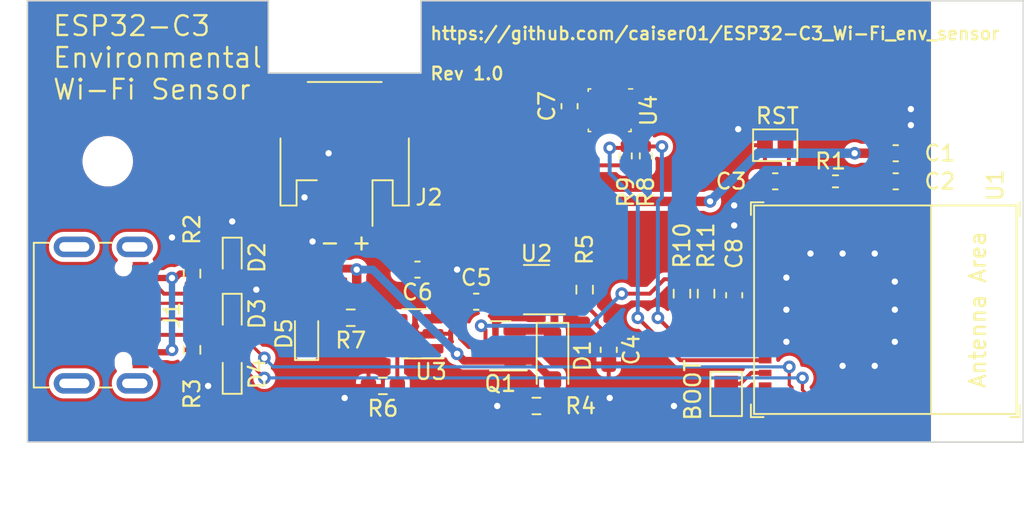
<source format=kicad_pcb>
(kicad_pcb (version 20221018) (generator pcbnew)
  (layers (0 "F.Cu" signal) (31 "B.Cu" signal) (34 "B.Paste" user) (35 "F.Paste" user) (36 "B.SilkS" user "B.Silkscreen") (37 "F.SilkS" user "F.Silkscreen") (38 "B.Mask" user) (39 "F.Mask" user) (44 "Edge.Cuts" user))
  (net 0 "")
  (net 1 "+3V3")
  (net 2 "GND")
  (net 3 "Net-(JP1-A)")
  (net 4 "Net-(D1-K)")
  (net 5 "+BATT")
  (net 6 "VBUS")
  (net 7 "/D-")
  (net 8 "/D+")
  (net 9 "Net-(D5-K)")
  (net 10 "Net-(D5-A)")
  (net 11 "Net-(J1-CC1)")
  (net 13 "Net-(J1-CC2)")
  (net 15 "Net-(JP2-A)")
  (net 16 "Net-(U2-EN)")
  (net 17 "Net-(U3-PROG)")
  (net 18 "/SDA")
  (net 19 "/SCL")
  (net 20 "Net-(U1-GPIO4{slash}ADC1_CH4)")
  (footprint "MountingHole:MountingHole_2.7mm_M2.5" (layer "F.Cu") (at 106.68 83.82)
    (fp_text reference "H1" hide)
    (fp_text value "MountingHole")
    (pad "" np_thru_hole circle (at 0 0) (size 2.7 2.7) (drill 2.7) (layers "*.Cu" "*.Mask"))
  )
  (footprint "Capacitor_SMD:C_0603_1608Metric_Pad1.08x0.95mm_HandSolder" (layer "F.Cu") (at 135.89 80.335 90)
    (fp_text reference "C7" (at 0 -1.43 90) (layer "F.SilkS"))
    (fp_text value "0.1uF")
    (pad "1" smd roundrect (at -0.8625 0 90) (size 1.075 0.95) (layers "F.Cu" "F.Paste" "F.Mask") (net 1 "+3V3"))
    (pad "2" smd roundrect (at 0.8625 0 90) (size 1.075 0.95) (layers "F.Cu" "F.Paste" "F.Mask") (net 2 "GND"))
  )
  (footprint "Resistor_SMD:R_0402_1005Metric_Pad0.72x0.64mm_HandSolder" (layer "F.Cu") (at 152.711 85.09 180)
    (fp_text reference "R1" (at 0.311 1.27 180) (layer "F.SilkS"))
    (fp_text value "10k")
    (pad "1" smd roundrect (at -0.5975 0 180) (size 0.715 0.64) (layers "F.Cu" "F.Paste" "F.Mask") (net 1 "+3V3"))
    (pad "2" smd roundrect (at 0.5975 0 180) (size 0.715 0.64) (layers "F.Cu" "F.Paste" "F.Mask") (net 15 "Net-(JP2-A)"))
  )
  (footprint "Capacitor_SMD:C_0603_1608Metric_Pad1.08x0.95mm_HandSolder" (layer "F.Cu") (at 146.304 92.3025 90)
    (fp_text reference "C8" (at 2.6405 0 90) (layer "F.SilkS"))
    (fp_text value "1uF")
    (pad "1" smd roundrect (at -0.8625 0 90) (size 1.075 0.95) (layers "F.Cu" "F.Paste" "F.Mask") (net 20 "Net-(U1-GPIO4{slash}ADC1_CH4)"))
    (pad "2" smd roundrect (at 0.8625 0 90) (size 1.075 0.95) (layers "F.Cu" "F.Paste" "F.Mask") (net 2 "GND"))
  )
  (footprint "Diode_SMD:D_SOD-123F" (layer "F.Cu") (at 134.81325 96.266 -90)
    (fp_text reference "D1" (at -0.127 -1.905 90) (layer "F.SilkS"))
    (fp_text value "1N5819HW1-7-F")
    (pad "1" smd roundrect (at -1.4 0 270) (size 1.1 1.1) (layers "F.Cu" "F.Paste" "F.Mask") (roundrect_rratio 0.2272727273) (net 4 "Net-(D1-K)"))
    (pad "2" smd roundrect (at 1.4 0 270) (size 1.1 1.1) (layers "F.Cu" "F.Paste" "F.Mask") (roundrect_rratio 0.2272727273) (net 6 "VBUS"))
  )
  (footprint "Resistor_SMD:R_0603_1608Metric_Pad0.98x0.95mm_HandSolder" (layer "F.Cu") (at 133.79725 99.314 180)
    (fp_text reference "R4" (at -2.794 0) (layer "F.SilkS"))
    (fp_text value "100k")
    (pad "1" smd roundrect (at -0.9125 0 180) (size 0.975 0.95) (layers "F.Cu" "F.Paste" "F.Mask") (net 6 "VBUS"))
    (pad "2" smd roundrect (at 0.9125 0 180) (size 0.975 0.95) (layers "F.Cu" "F.Paste" "F.Mask") (net 2 "GND"))
  )
  (footprint "Resistor_SMD:R_0603_1608Metric_Pad0.98x0.95mm_HandSolder" (layer "F.Cu") (at 124.0845 98.044 180)
    (fp_text reference "R6" (at 0 -1.43) (layer "F.SilkS"))
    (fp_text value "5.1k")
    (pad "1" smd roundrect (at -0.9125 0 180) (size 0.975 0.95) (layers "F.Cu" "F.Paste" "F.Mask") (net 17 "Net-(U3-PROG)"))
    (pad "2" smd roundrect (at 0.9125 0 180) (size 0.975 0.95) (layers "F.Cu" "F.Paste" "F.Mask") (net 2 "GND"))
  )
  (footprint "Diode_SMD:D_SOD-523" (layer "F.Cu") (at 114.554 89.916 -90)
    (fp_text reference "D2" (at 0 -1.574 90) (layer "F.SilkS"))
    (fp_text value "LESD5D5.0CT1G")
    (pad "1" smd roundrect (at -0.7 0 90) (size 0.6 0.7) (layers "F.Cu" "F.Paste" "F.Mask") (net 2 "GND"))
    (pad "2" smd roundrect (at 0.7 0 90) (size 0.6 0.7) (layers "F.Cu" "F.Paste" "F.Mask") (net 6 "VBUS"))
  )
  (footprint "Capacitor_SMD:C_0603_1608Metric_Pad1.08x0.95mm_HandSolder" (layer "F.Cu") (at 156.521 83.312)
    (fp_text reference "C1" (at 2.794 0) (layer "F.SilkS"))
    (fp_text value "10uF")
    (pad "1" smd roundrect (at -0.8625 0) (size 1.075 0.95) (layers "F.Cu" "F.Paste" "F.Mask") (net 1 "+3V3"))
    (pad "2" smd roundrect (at 0.8625 0) (size 1.075 0.95) (layers "F.Cu" "F.Paste" "F.Mask") (net 2 "GND"))
  )
  (footprint "Resistor_SMD:R_0402_1005Metric_Pad0.72x0.64mm_HandSolder" (layer "F.Cu") (at 140.716 83.4815 90)
    (fp_text reference "R8" (at -2.286 0 90) (layer "F.SilkS"))
    (fp_text value "10k")
    (pad "1" smd roundrect (at -0.5975 0 90) (size 0.715 0.64) (layers "F.Cu" "F.Paste" "F.Mask") (net 1 "+3V3"))
    (pad "2" smd roundrect (at 0.5975 0 90) (size 0.715 0.64) (layers "F.Cu" "F.Paste" "F.Mask") (net 18 "/SDA"))
  )
  (footprint "Resistor_SMD:R_0603_1608Metric_Pad0.98x0.95mm_HandSolder" (layer "F.Cu") (at 136.84525 91.948 -90)
    (fp_text reference "R5" (at -2.54 0 90) (layer "F.SilkS"))
    (fp_text value "100k")
    (pad "1" smd roundrect (at -0.9125 0 270) (size 0.975 0.95) (layers "F.Cu" "F.Paste" "F.Mask") (net 16 "Net-(U2-EN)"))
    (pad "2" smd roundrect (at 0.9125 0 270) (size 0.975 0.95) (layers "F.Cu" "F.Paste" "F.Mask") (net 4 "Net-(D1-K)"))
  )
  (footprint "LED_SMD:LED_0603_1608Metric_Pad1.05x0.95mm_HandSolder" (layer "F.Cu") (at 119.2585 94.742 90)
    (fp_text reference "D5" (at 0 -1.43 90) (layer "F.SilkS"))
    (fp_text value "LED")
    (pad "1" smd roundrect (at -0.875 0 90) (size 1.05 0.95) (layers "F.Cu" "F.Paste" "F.Mask") (net 9 "Net-(D5-K)"))
    (pad "2" smd roundrect (at 0.875 0 90) (size 1.05 0.95) (layers "F.Cu" "F.Paste" "F.Mask") (net 10 "Net-(D5-A)"))
  )
  (footprint "Package_TO_SOT_SMD:SOT-23" (layer "F.Cu") (at 131.51125 95.504 180)
    (fp_text reference "Q1" (at 0 -2.4) (layer "F.SilkS"))
    (fp_text value "DMP2070UQ")
    (pad "1" smd roundrect (at -0.9375 -0.95 180) (size 1.475 0.6) (layers "F.Cu" "F.Paste" "F.Mask") (net 6 "VBUS"))
    (pad "2" smd roundrect (at -0.9375 0.95 180) (size 1.475 0.6) (layers "F.Cu" "F.Paste" "F.Mask") (net 4 "Net-(D1-K)"))
    (pad "3" smd roundrect (at 0.9375 0 180) (size 1.475 0.6) (layers "F.Cu" "F.Paste" "F.Mask") (net 5 "+BATT"))
  )
  (footprint "Capacitor_SMD:C_0603_1608Metric_Pad1.08x0.95mm_HandSolder" (layer "F.Cu") (at 138.36925 95.758 -90)
    (fp_text reference "C4" (at 0 -1.43 90) (layer "F.SilkS"))
    (fp_text value "10uF")
    (pad "1" smd roundrect (at -0.8625 0 270) (size 1.075 0.95) (layers "F.Cu" "F.Paste" "F.Mask") (net 4 "Net-(D1-K)"))
    (pad "2" smd roundrect (at 0.8625 0 270) (size 1.075 0.95) (layers "F.Cu" "F.Paste" "F.Mask") (net 2 "GND"))
  )
  (footprint "Resistor_SMD:R_0603_1608Metric_Pad0.98x0.95mm_HandSolder" (layer "F.Cu") (at 112.014 95.758 -90)
    (fp_text reference "R3" (at 2.794 0 90) (layer "F.SilkS"))
    (fp_text value "5.1k")
    (pad "1" smd roundrect (at -0.9125 0 270) (size 0.975 0.95) (layers "F.Cu" "F.Paste" "F.Mask") (net 13 "Net-(J1-CC2)"))
    (pad "2" smd roundrect (at 0.9125 0 270) (size 0.975 0.95) (layers "F.Cu" "F.Paste" "F.Mask") (net 2 "GND"))
  )
  (footprint "PCM_Espressif:ESP32-C3-MINI-1" (layer "F.Cu") (at 155.862 93.218 -90)
    (fp_text reference "U1" (at -7.874 -6.952 90) (layer "F.SilkS"))
    (fp_text value "ESP32-C3-MINI-1")
    (fp_text user "Antenna Area" (at 0 -5.85 90) (layer "F.SilkS"))
    (pad "1" smd rect (at -5.9 -1.3) (size 0.4 0.8) (layers "F.Cu" "F.Paste" "F.Mask") (net 2 "GND"))
    (pad "2" smd rect (at -5.9 -0.5) (size 0.4 0.8) (layers "F.Cu" "F.Paste" "F.Mask") (net 2 "GND"))
    (pad "3" smd rect (at -5.9 0.3) (size 0.4 0.8) (layers "F.Cu" "F.Paste" "F.Mask") (net 1 "+3V3"))
    (pad "4" smd rect (at -5.9 1.1) (size 0.4 0.8) (layers "F.Cu" "F.Paste" "F.Mask"))
    (pad "5" smd rect (at -5.9 1.9) (size 0.4 0.8) (layers "F.Cu" "F.Paste" "F.Mask"))
    (pad "6" smd rect (at -5.9 2.7) (size 0.4 0.8) (layers "F.Cu" "F.Paste" "F.Mask"))
    (pad "7" smd rect (at -5.9 3.5) (size 0.4 0.8) (layers "F.Cu" "F.Paste" "F.Mask"))
    (pad "8" smd rect (at -5.9 4.3) (size 0.4 0.8) (layers "F.Cu" "F.Paste" "F.Mask") (net 15 "Net-(JP2-A)"))
    (pad "9" smd rect (at -5.9 5.1) (size 0.4 0.8) (layers "F.Cu" "F.Paste" "F.Mask"))
    (pad "10" smd rect (at -5.9 5.9) (size 0.4 0.8) (layers "F.Cu" "F.Paste" "F.Mask"))
    (pad "11" smd rect (at -5.9 6.7) (size 0.4 0.8) (layers "F.Cu" "F.Paste" "F.Mask") (net 2 "GND"))
    (pad "12" smd rect (at -4.8 7.6 270) (size 0.4 0.8) (layers "F.Cu" "F.Paste" "F.Mask"))
    (pad "13" smd rect (at -4 7.6 270) (size 0.4 0.8) (layers "F.Cu" "F.Paste" "F.Mask"))
    (pad "14" smd rect (at -3.2 7.6 270) (size 0.4 0.8) (layers "F.Cu" "F.Paste" "F.Mask") (net 2 "GND"))
    (pad "15" smd rect (at -2.4 7.6 270) (size 0.4 0.8) (layers "F.Cu" "F.Paste" "F.Mask"))
    (pad "16" smd rect (at -1.6 7.6 270) (size 0.4 0.8) (layers "F.Cu" "F.Paste" "F.Mask"))
    (pad "17" smd rect (at -0.8 7.6 270) (size 0.4 0.8) (layers "F.Cu" "F.Paste" "F.Mask"))
    (pad "18" smd rect (at 0 7.6 270) (size 0.4 0.8) (layers "F.Cu" "F.Paste" "F.Mask") (net 20 "Net-(U1-GPIO4{slash}ADC1_CH4)"))
    (pad "19" smd rect (at 0.8 7.6 270) (size 0.4 0.8) (layers "F.Cu" "F.Paste" "F.Mask"))
    (pad "20" smd rect (at 1.6 7.6 270) (size 0.4 0.8) (layers "F.Cu" "F.Paste" "F.Mask"))
    (pad "21" smd rect (at 2.4 7.6 270) (size 0.4 0.8) (layers "F.Cu" "F.Paste" "F.Mask") (net 18 "/SDA"))
    (pad "22" smd rect (at 3.2 7.6 270) (size 0.4 0.8) (layers "F.Cu" "F.Paste" "F.Mask") (net 19 "/SCL"))
    (pad "23" smd rect (at 4 7.6 270) (size 0.4 0.8) (layers "F.Cu" "F.Paste" "F.Mask") (net 3 "Net-(JP1-A)"))
    (pad "24" smd rect (at 4.8 7.6 270) (size 0.4 0.8) (layers "F.Cu" "F.Paste" "F.Mask"))
    (pad "25" smd rect (at 5.9 6.7) (size 0.4 0.8) (layers "F.Cu" "F.Paste" "F.Mask"))
    (pad "26" smd rect (at 5.9 5.9) (size 0.4 0.8) (layers "F.Cu" "F.Paste" "F.Mask") (net 7 "/D-"))
    (pad "27" smd rect (at 5.9 5.1) (size 0.4 0.8) (layers "F.Cu" "F.Paste" "F.Mask") (net 8 "/D+"))
    (pad "28" smd rect (at 5.9 4.3) (size 0.4 0.8) (layers "F.Cu" "F.Paste" "F.Mask"))
    (pad "29" smd rect (at 5.9 3.5) (size 0.4 0.8) (layers "F.Cu" "F.Paste" "F.Mask"))
    (pad "30" smd rect (at 5.9 2.7) (size 0.4 0.8) (layers "F.Cu" "F.Paste" "F.Mask"))
    (pad "31" smd rect (at 5.9 1.9) (size 0.4 0.8) (layers "F.Cu" "F.Paste" "F.Mask"))
    (pad "32" smd rect (at 5.9 1.1) (size 0.4 0.8) (layers "F.Cu" "F.Paste" "F.Mask"))
    (pad "33" smd rect (at 5.9 0.3) (size 0.4 0.8) (layers "F.Cu" "F.Paste" "F.Mask"))
    (pad "34" smd rect (at 5.9 -0.5) (size 0.4 0.8) (layers "F.Cu" "F.Paste" "F.Mask"))
    (pad "35" smd rect (at 5.9 -1.3) (size 0.4 0.8) (layers "F.Cu" "F.Paste" "F.Mask"))
    (pad "36" smd rect (at 4.8 -2.2 270) (size 0.4 0.8) (layers "F.Cu" "F.Paste" "F.Mask") (net 2 "GND"))
    (pad "37" smd rect (at 4 -2.2 270) (size 0.4 0.8) (layers "F.Cu" "F.Paste" "F.Mask") (net 2 "GND"))
    (pad "38" smd rect (at 3.2 -2.2 270) (size 0.4 0.8) (layers "F.Cu" "F.Paste" "F.Mask") (net 2 "GND"))
    (pad "39" smd rect (at 2.4 -2.2 270) (size 0.4 0.8) (layers "F.Cu" "F.Paste" "F.Mask") (net 2 "GND"))
    (pad "40" smd rect (at 1.6 -2.2 270) (size 0.4 0.8) (layers "F.Cu" "F.Paste" "F.Mask") (net 2 "GND"))
    (pad "41" smd rect (at 0.8 -2.2 270) (size 0.4 0.8) (layers "F.Cu" "F.Paste" "F.Mask") (net 2 "GND"))
    (pad "42" smd rect (at 0 -2.2 270) (size 0.4 0.8) (layers "F.Cu" "F.Paste" "F.Mask") (net 2 "GND"))
    (pad "43" smd rect (at -0.8 -2.2 270) (size 0.4 0.8) (layers "F.Cu" "F.Paste" "F.Mask") (net 2 "GND"))
    (pad "44" smd rect (at -1.6 -2.2 270) (size 0.4 0.8) (layers "F.Cu" "F.Paste" "F.Mask") (net 2 "GND"))
    (pad "45" smd rect (at -2.4 -2.2 270) (size 0.4 0.8) (layers "F.Cu" "F.Paste" "F.Mask") (net 2 "GND"))
    (pad "46" smd rect (at -3.2 -2.2 270) (size 0.4 0.8) (layers "F.Cu" "F.Paste" "F.Mask") (net 2 "GND"))
    (pad "47" smd rect (at -4 -2.2 270) (size 0.4 0.8) (layers "F.Cu" "F.Paste" "F.Mask") (net 2 "GND"))
    (pad "48" smd rect (at -4.8 -2.2 270) (size 0.4 0.8) (layers "F.Cu" "F.Paste" "F.Mask") (net 2 "GND"))
    (pad "49" smd custom (at -1.975 0.725 270) (size 0.8 0.8) (layers "F.Cu" "F.Paste" "F.Mask") (net 2 "GND") (options (clearance outline) (anchor rect)) (primitives (gr_poly (pts (xy 0.725 0.725) (xy -0.725 0.725) (xy -0.725 -0.125) (xy -0.125 -0.725) (xy 0.725 -0.725)) (width 0) (fill yes))))
    (pad "49" smd rect (at -1.975 2.7) (size 1.45 1.45) (layers "F.Cu" "F.Paste" "F.Mask") (net 2 "GND"))
    (pad "49" smd rect (at -1.975 4.675) (size 1.45 1.45) (layers "F.Cu" "F.Paste" "F.Mask") (net 2 "GND"))
    (pad "49" smd rect (at 0 0.725) (size 1.45 1.45) (layers "F.Cu" "F.Paste" "F.Mask") (net 2 "GND"))
    (pad "49" smd rect (at 0 2.7) (size 1.45 1.45) (layers "F.Cu" "F.Paste" "F.Mask") (net 2 "GND"))
    (pad "49" smd rect (at 0 4.675) (size 1.45 1.45) (layers "F.Cu" "F.Paste" "F.Mask") (net 2 "GND"))
    (pad "49" smd rect (at 1.975 0.725) (size 1.45 1.45) (layers "F.Cu" "F.Paste" "F.Mask") (net 2 "GND"))
    (pad "49" smd rect (at 1.975 2.7) (size 1.45 1.45) (layers "F.Cu" "F.Paste" "F.Mask") (net 2 "GND"))
    (pad "49" smd rect (at 1.975 4.675) (size 1.45 1.45) (layers "F.Cu" "F.Paste" "F.Mask") (net 2 "GND"))
    (pad "50" smd rect (at 5.95 -2.25) (size 0.7 0.7) (layers "F.Cu" "F.Paste" "F.Mask") (net 2 "GND"))
    (pad "51" smd rect (at 5.95 7.65) (size 0.7 0.7) (layers "F.Cu" "F.Paste" "F.Mask") (net 2 "GND"))
    (pad "52" smd rect (at -5.95 7.65) (size 0.7 0.7) (layers "F.Cu" "F.Paste" "F.Mask") (net 2 "GND"))
    (pad "53" smd rect (at -5.95 -2.25) (size 0.7 0.7) (layers "F.Cu" "F.Paste" "F.Mask") (net 2 "GND"))
    (zone (net 0) (net_name "") (layers "*.Cu") (name "antenna keepout") (connect_pads (clearance 0)) (min_thickness 0.254)
      (keepout (tracks not_allowed) (vias not_allowed) (pads not_allowed) (copperpour not_allowed) (footprints not_allowed))
      (fill (thermal_gap 0.508) (thermal_bridge_width 0.508))
      (polygon (pts (xy 158.762 99.818) (xy 158.762 86.618) (xy 164.162 86.618) (xy 164.162 99.818)))
    )
  )
  (footprint "Connector_JST:JST_PH_S2B-PH-SM4-TB_1x02-1MP_P2.00mm_Horizontal" (layer "F.Cu") (at 121.666 83.312 180)
    (fp_text reference "J2" (at -5.334 -2.794) (layer "F.SilkS"))
    (fp_text value "JST S2B-PH-SM4-TB(LF)(SN)")
    (pad "1" smd roundrect (at -1 -2.85 180) (size 1 3.5) (layers "F.Cu" "F.Paste" "F.Mask") (net 5 "+BATT"))
    (pad "2" smd roundrect (at 1 -2.85 180) (size 1 3.5) (layers "F.Cu" "F.Paste" "F.Mask") (net 2 "GND"))
    (pad "MP" smd roundrect (at -3.35 2.9 180) (size 1.5 3.4) (layers "F.Cu" "F.Paste" "F.Mask") (roundrect_rratio 0.166667))
    (pad "MP" smd roundrect (at 3.35 2.9 180) (size 1.5 3.4) (layers "F.Cu" "F.Paste" "F.Mask") (roundrect_rratio 0.166667))
  )
  (footprint "Connector_USB:USB_C_Receptacle_JAE_DX07S016JA1R1500" (layer "F.Cu") (at 105.714 93.562 -90)
    (fp_text reference "J1" (at 0 -5.03 90) (layer "F.SilkS"))
    (fp_text value "DX07S016JA1R1500")
    (pad "" np_thru_hole circle (at -3 -1.95 270) (size 0.6 0.6) (drill 0.6) (layers "F&B.Cu" "*.Mask"))
    (pad "" smd rect (at -1.4 1.15 270) (size 1 2) (layers "F.Cu" "F.Paste" "F.Mask"))
    (pad "" smd rect (at 1.4 1.15 270) (size 1 2) (layers "F.Cu" "F.Paste" "F.Mask"))
    (pad "" np_thru_hole oval (at 3 -1.95 270) (size 0.85 0.6) (drill oval 0.85 0.6) (layers "F&B.Cu" "*.Mask"))
    (pad "A1" smd rect (at -3.1 -3.05 270) (size 0.52 1) (layers "F.Cu" "F.Paste" "F.Mask") (net 2 "GND"))
    (pad "A4" smd rect (at -2.35 -3.05 270) (size 0.52 1) (layers "F.Cu" "F.Paste" "F.Mask") (net 6 "VBUS"))
    (pad "A5" smd rect (at -1.75 -3.05 270) (size 0.27 1) (layers "F.Cu" "F.Paste" "F.Mask") (net 11 "Net-(J1-CC1)"))
    (pad "A6" smd rect (at -0.25 -3.05 270) (size 0.27 1) (layers "F.Cu" "F.Paste" "F.Mask") (net 8 "/D+"))
    (pad "A7" smd rect (at 0.75 -3.05 270) (size 0.27 1) (layers "F.Cu" "F.Paste" "F.Mask") (net 7 "/D-"))
    (pad "A8" smd rect (at 1.75 -3.05 270) (size 0.27 1) (layers "F.Cu" "F.Paste" "F.Mask"))
    (pad "A9" smd rect (at 2.35 -3.05 270) (size 0.52 1) (layers "F.Cu" "F.Paste" "F.Mask") (net 6 "VBUS"))
    (pad "A12" smd rect (at 3.1 -3.05 270) (size 0.52 1) (layers "F.Cu" "F.Paste" "F.Mask") (net 2 "GND"))
    (pad "B1" smd rect (at 3.1 -3.05 270) (size 0.52 1) (layers "F.Cu" "F.Paste" "F.Mask") (net 2 "GND"))
    (pad "B4" smd rect (at 2.35 -3.05 270) (size 0.52 1) (layers "F.Cu" "F.Paste" "F.Mask") (net 6 "VBUS"))
    (pad "B5" smd rect (at 1.25 -3.05 270) (size 0.27 1) (layers "F.Cu" "F.Paste" "F.Mask") (net 13 "Net-(J1-CC2)"))
    (pad "B6" smd rect (at 0.25 -3.05 270) (size 0.27 1) (layers "F.Cu" "F.Paste" "F.Mask") (net 8 "/D+"))
    (pad "B7" smd rect (at -0.75 -3.05 270) (size 0.27 1) (layers "F.Cu" "F.Paste" "F.Mask") (net 7 "/D-"))
    (pad "B8" smd rect (at -1.25 -3.05 270) (size 0.27 1) (layers "F.Cu" "F.Paste" "F.Mask"))
    (pad "B9" smd rect (at -2.35 -3.05 270) (size 0.52 1) (layers "F.Cu" "F.Paste" "F.Mask") (net 6 "VBUS"))
    (pad "B12" smd rect (at -3.1 -3.05 270) (size 0.52 1) (layers "F.Cu" "F.Paste" "F.Mask") (net 2 "GND"))
    (pad "S1" thru_hole oval (at -4.32 -2.675 270) (size 1.3 2.3) (drill oval 0.6 1.6) (layers "*.Cu" "*.Mask"))
    (pad "S1" thru_hole oval (at -4.32 1.15 270) (size 1.3 2.6) (drill oval 0.6 1.9) (layers "*.Cu" "*.Mask"))
    (pad "S1" thru_hole oval (at 4.32 -2.675 270) (size 1.3 2.3) (drill oval 0.6 1.6) (layers "*.Cu" "*.Mask"))
    (pad "S1" thru_hole oval (at 4.32 1.15 270) (size 1.3 2.6) (drill oval 0.6 1.9) (layers "*.Cu" "*.Mask"))
  )
  (footprint "Capacitor_SMD:C_0603_1608Metric_Pad1.08x0.95mm_HandSolder" (layer "F.Cu") (at 156.521 85.09)
    (fp_text reference "C2" (at 2.794 0) (layer "F.SilkS"))
    (fp_text value "0.1uF")
    (pad "1" smd roundrect (at -0.8625 0) (size 1.075 0.95) (layers "F.Cu" "F.Paste" "F.Mask") (net 1 "+3V3"))
    (pad "2" smd roundrect (at 0.8625 0) (size 1.075 0.95) (layers "F.Cu" "F.Paste" "F.Mask") (net 2 "GND"))
  )
  (footprint "Resistor_SMD:R_0603_1608Metric_Pad0.98x0.95mm_HandSolder" (layer "F.Cu") (at 112.014 90.932 90)
    (fp_text reference "R2" (at 2.794 0 90) (layer "F.SilkS"))
    (fp_text value "5.1k")
    (pad "1" smd roundrect (at -0.9125 0 90) (size 0.975 0.95) (layers "F.Cu" "F.Paste" "F.Mask") (net 11 "Net-(J1-CC1)"))
    (pad "2" smd roundrect (at 0.9125 0 90) (size 0.975 0.95) (layers "F.Cu" "F.Paste" "F.Mask") (net 2 "GND"))
  )
  (footprint "Diode_SMD:D_SOD-523" (layer "F.Cu") (at 114.554 97.282 90)
    (fp_text reference "D4" (at 0 1.574 90) (layer "F.SilkS"))
    (fp_text value "LESD5D5.0CT1G")
    (pad "1" smd roundrect (at -0.7 0 270) (size 0.6 0.7) (layers "F.Cu" "F.Paste" "F.Mask") (net 2 "GND"))
    (pad "2" smd roundrect (at 0.7 0 270) (size 0.6 0.7) (layers "F.Cu" "F.Paste" "F.Mask") (net 8 "/D+"))
  )
  (footprint "Resistor_SMD:R_0603_1608Metric_Pad0.98x0.95mm_HandSolder" (layer "F.Cu") (at 144.526 92.202 90)
    (fp_text reference "R11" (at 3.048 0 90) (layer "F.SilkS"))
    (fp_text value "91k")
    (pad "1" smd roundrect (at -0.9125 0 90) (size 0.975 0.95) (layers "F.Cu" "F.Paste" "F.Mask") (net 20 "Net-(U1-GPIO4{slash}ADC1_CH4)"))
    (pad "2" smd roundrect (at 0.9125 0 90) (size 0.975 0.95) (layers "F.Cu" "F.Paste" "F.Mask") (net 2 "GND"))
  )
  (footprint "Resistor_SMD:R_0603_1608Metric_Pad0.98x0.95mm_HandSolder" (layer "F.Cu") (at 122.0525 93.726 180)
    (fp_text reference "R7" (at 0 -1.43) (layer "F.SilkS"))
    (fp_text value "5.1k")
    (pad "1" smd roundrect (at -0.9125 0 180) (size 0.975 0.95) (layers "F.Cu" "F.Paste" "F.Mask") (net 6 "VBUS"))
    (pad "2" smd roundrect (at 0.9125 0 180) (size 0.975 0.95) (layers "F.Cu" "F.Paste" "F.Mask") (net 10 "Net-(D5-A)"))
  )
  (footprint "Diode_SMD:D_SOD-523" (layer "F.Cu") (at 114.554 93.472 -90)
    (fp_text reference "D3" (at 0 -1.574 90) (layer "F.SilkS"))
    (fp_text value "LESD5D5.0CT1G")
    (pad "1" smd roundrect (at -0.7 0 90) (size 0.6 0.7) (layers "F.Cu" "F.Paste" "F.Mask") (net 2 "GND"))
    (pad "2" smd roundrect (at 0.7 0 90) (size 0.6 0.7) (layers "F.Cu" "F.Paste" "F.Mask") (net 7 "/D-"))
  )
  (footprint "Capacitor_SMD:C_0603_1608Metric_Pad1.08x0.95mm_HandSolder" (layer "F.Cu") (at 148.901 85.09 180)
    (fp_text reference "C3" (at 2.794 0) (layer "F.SilkS"))
    (fp_text value "1uF")
    (pad "1" smd roundrect (at -0.8625 0 180) (size 1.075 0.95) (layers "F.Cu" "F.Paste" "F.Mask") (net 15 "Net-(JP2-A)"))
    (pad "2" smd roundrect (at 0.8625 0 180) (size 1.075 0.95) (layers "F.Cu" "F.Paste" "F.Mask") (net 2 "GND"))
  )
  (footprint "Jumper:SolderJumper-2_P1.3mm_Open_Pad1.0x1.5mm" (layer "F.Cu") (at 145.796 98.552 -90)
    (fp_text reference "JP1" hide)
    (fp_text value "SolderJumper_2_Open")
    (pad "1" smd rect (at -0.65 0 270) (size 1 1.5) (layers "F.Cu" "F.Mask") (net 3 "Net-(JP1-A)"))
    (pad "2" smd rect (at 0.65 0 270) (size 1 1.5) (layers "F.Cu" "F.Mask") (net 2 "GND"))
  )
  (footprint "Capacitor_SMD:C_0603_1608Metric_Pad1.08x0.95mm_HandSolder" (layer "F.Cu") (at 129.98725 92.71 180)
    (fp_text reference "C5" (at 0 1.524) (layer "F.SilkS"))
    (fp_text value "10uF")
    (pad "1" smd roundrect (at -0.8625 0 180) (size 1.075 0.95) (layers "F.Cu" "F.Paste" "F.Mask") (net 1 "+3V3"))
    (pad "2" smd roundrect (at 0.8625 0 180) (size 1.075 0.95) (layers "F.Cu" "F.Paste" "F.Mask") (net 2 "GND"))
  )
  (footprint "Package_TO_SOT_SMD:SOT-23-5" (layer "F.Cu") (at 133.79725 91.948 180)
    (fp_text reference "U2" (at 0 2.286) (layer "F.SilkS"))
    (fp_text value "AP2112K-3.3")
    (pad "1" smd roundrect (at -1.1375 -0.95 180) (size 1.325 0.6) (layers "F.Cu" "F.Paste" "F.Mask") (net 4 "Net-(D1-K)"))
    (pad "2" smd roundrect (at -1.1375 0 180) (size 1.325 0.6) (layers "F.Cu" "F.Paste" "F.Mask") (net 2 "GND"))
    (pad "3" smd roundrect (at -1.1375 0.95 180) (size 1.325 0.6) (layers "F.Cu" "F.Paste" "F.Mask") (net 16 "Net-(U2-EN)"))
    (pad "4" smd roundrect (at 1.1375 0.95 180) (size 1.325 0.6) (layers "F.Cu" "F.Paste" "F.Mask"))
    (pad "5" smd roundrect (at 1.1375 -0.95 180) (size 1.325 0.6) (layers "F.Cu" "F.Paste" "F.Mask") (net 1 "+3V3"))
  )
  (footprint "Jumper:SolderJumper-2_P1.3mm_Open_Pad1.0x1.5mm" (layer "F.Cu") (at 148.901 82.804 180)
    (fp_text reference "JP2" hide)
    (fp_text value "SolderJumper_2_Open")
    (pad "1" smd rect (at -0.65 0 180) (size 1 1.5) (layers "F.Cu" "F.Mask") (net 15 "Net-(JP2-A)"))
    (pad "2" smd rect (at 0.65 0 180) (size 1 1.5) (layers "F.Cu" "F.Mask") (net 2 "GND"))
  )
  (footprint "Capacitor_SMD:C_0603_1608Metric_Pad1.08x0.95mm_HandSolder" (layer "F.Cu") (at 126.27 90.678 180)
    (fp_text reference "C6" (at 0 -1.43) (layer "F.SilkS"))
    (fp_text value "10uF")
    (pad "1" smd roundrect (at -0.8625 0 180) (size 1.075 0.95) (layers "F.Cu" "F.Paste" "F.Mask") (net 5 "+BATT"))
    (pad "2" smd roundrect (at 0.8625 0 180) (size 1.075 0.95) (layers "F.Cu" "F.Paste" "F.Mask") (net 2 "GND"))
  )
  (footprint "Resistor_SMD:R_0603_1608Metric_Pad0.98x0.95mm_HandSolder" (layer "F.Cu") (at 143.002 92.202 -90)
    (fp_text reference "R10" (at -3.048 0 90) (layer "F.SilkS"))
    (fp_text value "430k")
    (pad "1" smd roundrect (at -0.9125 0 270) (size 0.975 0.95) (layers "F.Cu" "F.Paste" "F.Mask") (net 5 "+BATT"))
    (pad "2" smd roundrect (at 0.9125 0 270) (size 0.975 0.95) (layers "F.Cu" "F.Paste" "F.Mask") (net 20 "Net-(U1-GPIO4{slash}ADC1_CH4)"))
  )
  (footprint "Package_TO_SOT_SMD:SOT-23-5" (layer "F.Cu") (at 126.1165 94.742 180)
    (fp_text reference "U3" (at -1.016 -2.4) (layer "F.SilkS"))
    (fp_text value "MCP73831-2-OT")
    (pad "1" smd roundrect (at -1.1375 -0.95 180) (size 1.325 0.6) (layers "F.Cu" "F.Paste" "F.Mask") (net 9 "Net-(D5-K)"))
    (pad "2" smd roundrect (at -1.1375 0 180) (size 1.325 0.6) (layers "F.Cu" "F.Paste" "F.Mask") (net 2 "GND"))
    (pad "3" smd roundrect (at -1.1375 0.95 180) (size 1.325 0.6) (layers "F.Cu" "F.Paste" "F.Mask") (net 5 "+BATT"))
    (pad "4" smd roundrect (at 1.1375 0.95 180) (size 1.325 0.6) (layers "F.Cu" "F.Paste" "F.Mask") (net 6 "VBUS"))
    (pad "5" smd roundrect (at 1.1375 -0.95 180) (size 1.325 0.6) (layers "F.Cu" "F.Paste" "F.Mask") (net 17 "Net-(U3-PROG)"))
  )
  (footprint "Package_LGA:Bosch_LGA-8_2.5x2.5mm_P0.65mm_ClockwisePinNumbering" (layer "F.Cu") (at 138.43 80.589 -90)
    (fp_text reference "U4" (at 0.015 -2.465 90) (layer "F.SilkS"))
    (fp_text value "BME280")
    (pad "1" smd rect (at -0.975 -1.025) (size 0.5 0.35) (layers "F.Cu" "F.Paste" "F.Mask") (net 2 "GND"))
    (pad "2" smd rect (at -0.325 -1.025) (size 0.5 0.35) (layers "F.Cu" "F.Paste" "F.Mask") (net 1 "+3V3"))
    (pad "3" smd rect (at 0.325 -1.025) (size 0.5 0.35) (layers "F.Cu" "F.Paste" "F.Mask") (net 18 "/SDA"))
    (pad "4" smd rect (at 0.975 -1.025) (size 0.5 0.35) (layers "F.Cu" "F.Paste" "F.Mask") (net 19 "/SCL"))
    (pad "5" smd rect (at 0.975 1.025) (size 0.5 0.35) (layers "F.Cu" "F.Paste" "F.Mask") (net 1 "+3V3"))
    (pad "6" smd rect (at 0.325 1.025) (size 0.5 0.35) (layers "F.Cu" "F.Paste" "F.Mask") (net 1 "+3V3"))
    (pad "7" smd rect (at -0.325 1.025) (size 0.5 0.35) (layers "F.Cu" "F.Paste" "F.Mask") (net 2 "GND"))
    (pad "8" smd rect (at -0.975 1.025) (size 0.5 0.35) (layers "F.Cu" "F.Paste" "F.Mask") (net 1 "+3V3"))
  )
  (footprint "Resistor_SMD:R_0402_1005Metric_Pad0.72x0.64mm_HandSolder" (layer "F.Cu") (at 139.446 83.4815 90)
    (fp_text reference "R9" (at -2.286 0 90) (layer "F.SilkS"))
    (fp_text value "10k")
    (pad "1" smd roundrect (at -0.5975 0 90) (size 0.715 0.64) (layers "F.Cu" "F.Paste" "F.Mask") (net 1 "+3V3"))
    (pad "2" smd roundrect (at 0.5975 0 90) (size 0.715 0.64) (layers "F.Cu" "F.Paste" "F.Mask") (net 19 "/SCL"))
  )
  (gr_poly (pts (xy 101.6 101.6) (xy 101.6 73.66) (xy 116.84 73.66) (xy 116.84 78.232) (xy 126.492 78.232) (xy 126.492 73.66) (xy 164.592 73.66) (xy 164.592 101.6)) (stroke (width 0.1)) (fill none) (layer "Edge.Cuts"))
  (gr_text "- +" (at 120.015 89.535) (layer "F.SilkS") (effects (font (size 1 1)) (justify left bottom)))
  (gr_text "RST" (at 147.574 81.534) (layer "F.SilkS") (effects (font (size 1 1)) (justify left bottom)))
  (gr_text "BOOT" (at 144.272 100.33 90) (layer "F.SilkS") (effects (font (size 1 1)) (justify left bottom)))
  (gr_text "ESP32-C3\nEnvironmental\nWi-Fi Sensor" (at 103.124 80.01) (layer "F.SilkS") (effects (font (size 1.25 1.25)) (justify left bottom)))
  (gr_text "Rev 1.0" (at 127 78.74) (layer "F.SilkS") (effects (font (size 0.8 0.8) (thickness 0.15) bold) (justify left bottom)))
  (gr_text "https://github.com/caiser01/ESP32-C3_Wi-Fi_env_sensor" (at 127 76.2) (layer "F.SilkS") (effects (font (size 0.8 0.8) (thickness 0.15) bold) (justify left bottom)))
  (segment (start 155.6585 83.312) (end 155.6585 85.09) (width 0.6) (layer "F.Cu") (net 1))
  (segment (start 136.84 84.079) (end 135.89 83.129) (width 0.25) (layer "F.Cu") (net 1))
  (segment (start 155.562 87.318) (end 155.562 85.1865) (width 0.6) (layer "F.Cu") (net 1))
  (segment (start 155.562 85.1865) (end 155.6585 85.09) (width 0.25) (layer "F.Cu") (net 1))
  (segment (start 155.6585 83.312) (end 153.924 83.312) (width 0.6) (layer "F.Cu") (net 1))
  (segment (start 137.963 80.914) (end 138.613 80.264) (width 0.25) (layer "F.Cu") (net 1))
  (segment (start 138.613 80.264) (end 139.455 80.264) (width 0.25) (layer "F.Cu") (net 1))
  (segment (start 132.588 86.36) (end 132.588 88.9) (width 0.6) (layer "F.Cu") (net 1))
  (segment (start 132.588 83.312) (end 132.588 86.36) (width 0.6) (layer "F.Cu") (net 1))
  (segment (start 137.405 79.614) (end 137.963 79.614) (width 0.25) (layer "F.Cu") (net 1))
  (segment (start 153.3085 85.09) (end 155.6585 85.09) (width 0.25) (layer "F.Cu") (net 1))
  (segment (start 134.7025 81.1975) (end 135.89 81.1975) (width 0.6) (layer "F.Cu") (net 1))
  (segment (start 130.84975 90.63825) (end 132.4985 88.9895) (width 0.6) (layer "F.Cu") (net 1))
  (segment (start 136.1735 80.914) (end 135.89 81.1975) (width 0.25) (layer "F.Cu") (net 1))
  (segment (start 139.446 84.079) (end 136.84 84.079) (width 0.25) (layer "F.Cu") (net 1))
  (segment (start 137.963 79.614) (end 138.613 80.264) (width 0.25) (layer "F.Cu") (net 1))
  (segment (start 132.588 86.36) (end 144.78 86.36) (width 0.6) (layer "F.Cu") (net 1))
  (segment (start 137.405 80.914) (end 136.1735 80.914) (width 0.25) (layer "F.Cu") (net 1))
  (segment (start 132.65975 92.898) (end 131.03775 92.898) (width 0.5) (layer "F.Cu") (net 1))
  (segment (start 137.405 81.564) (end 137.405 80.914) (width 0.25) (layer "F.Cu") (net 1))
  (segment (start 137.405 80.914) (end 137.963 80.914) (width 0.25) (layer "F.Cu") (net 1))
  (segment (start 131.03775 92.898) (end 130.84975 92.71) (width 0.5) (layer "F.Cu") (net 1))
  (segment (start 132.588 83.312) (end 134.7025 81.1975) (width 0.6) (layer "F.Cu") (net 1))
  (segment (start 140.716 84.079) (end 139.446 84.079) (width 0.25) (layer "F.Cu") (net 1))
  (segment (start 132.588 88.9) (end 132.4985 88.9895) (width 0.25) (layer "F.Cu") (net 1))
  (segment (start 135.89 83.129) (end 135.89 81.1975) (width 0.25) (layer "F.Cu") (net 1))
  (segment (start 130.84975 92.71) (end 130.84975 90.63825) (width 0.6) (layer "F.Cu") (net 1))
  (via (at 144.78 86.36) (size 0.8) (drill 0.4) (layers "F.Cu" "B.Cu") (net 1))
  (via (at 153.924 83.312) (size 0.8) (drill 0.4) (layers "F.Cu" "B.Cu") (net 1))
  (segment (start 144.78 86.36) (end 147.828 83.312) (width 0.6) (layer "B.Cu") (net 1))
  (segment (start 147.828 83.312) (end 153.924 83.312) (width 0.6) (layer "B.Cu") (net 1))
  (segment (start 108.764 90.462) (end 109.69 90.462) (width 0.25) (layer "F.Cu") (net 2))
  (segment (start 110.1325 90.0195) (end 112.014 90.0195) (width 0.25) (layer "F.Cu") (net 2))
  (segment (start 126.365 94.742) (end 126.111 94.488) (width 0.25) (layer "F.Cu") (net 2))
  (segment (start 127.254 94.742) (end 126.365 94.742) (width 0.25) (layer "F.Cu") (net 2))
  (segment (start 112.0055 96.662) (end 112.014 96.6705) (width 0.25) (layer "F.Cu") (net 2))
  (segment (start 109.69 90.462) (end 110.1325 90.0195) (width 0.25) (layer "F.Cu") (net 2))
  (segment (start 108.764 96.662) (end 112.0055 96.662) (width 0.25) (layer "F.Cu") (net 2))
  (segment (start 125.4075 92.3875) (end 125.4075 90.678) (width 0.25) (layer "F.Cu") (net 2))
  (segment (start 126.111 94.488) (end 126.111 93.091) (width 0.25) (layer "F.Cu") (net 2))
  (segment (start 137.405 80.264) (end 136.6815 80.264) (width 0.25) (layer "F.Cu") (net 2))
  (segment (start 126.111 93.091) (end 125.4075 92.3875) (width 0.25) (layer "F.Cu") (net 2))
  (segment (start 136.6815 80.264) (end 135.89 79.4725) (width 0.25) (layer "F.Cu") (net 2))
  (via (at 113.03 98.044) (size 0.8) (drill 0.4) (layers "F.Cu" "B.Cu") (net 2))
  (via (at 153.162 96.774) (size 0.8) (drill 0.4) (layers "F.Cu" "B.Cu") (net 2))
  (via (at 149.606 95.25) (size 0.8) (drill 0.4) (layers "F.Cu" "B.Cu") (net 2))
  (via (at 156.464 93.218) (size 0.8) (drill 0.4) (layers "F.Cu" "B.Cu") (net 2))
  (via (at 119.634 88.9) (size 0.8) (drill 0.4) (layers "F.Cu" "B.Cu") (net 2))
  (via (at 151.13 89.662) (size 0.8) (drill 0.4) (layers "F.Cu" "B.Cu") (net 2))
  (via (at 131.318 99.314) (size 0.8) (drill 0.4) (layers "F.Cu" "B.Cu") (net 2))
  (via (at 149.606 93.218) (size 0.8) (drill 0.4) (layers "F.Cu" "B.Cu") (net 2))
  (via (at 149.606 91.186) (size 0.8) (drill 0.4) (layers "F.Cu" "B.Cu") (net 2))
  (via (at 156.464 91.44) (size 0.8) (drill 0.4) (layers "F.Cu" "B.Cu") (net 2))
  (via (at 142.494 99.314) (size 0.8) (drill 0.4) (layers "F.Cu" "B.Cu") (net 2))
  (via (at 153.162 89.662) (size 0.8) (drill 0.4) (layers "F.Cu" "B.Cu") (net 2))
  (via (at 121.666 98.806) (size 0.8) (drill 0.4) (layers "F.Cu" "B.Cu") (net 2))
  (via (at 155.194 96.774) (size 0.8) (drill 0.4) (layers "F.Cu" "B.Cu") (net 2))
  (via (at 138.43 98.806) (size 0.8) (drill 0.4) (layers "F.Cu" "B.Cu") (net 2))
  (via (at 114.554 87.63) (size 0.8) (drill 0.4) (layers "F.Cu" "B.Cu") (net 2))
  (via (at 157.48 80.518) (size 0.8) (drill 0.4) (layers "F.Cu" "B.Cu") (net 2))
  (via (at 128.778 90.678) (size 0.8) (drill 0.4) (layers "F.Cu" "B.Cu") (net 2))
  (via (at 146.304 86.614) (size 0.8) (drill 0.4) (layers "F.Cu" "B.Cu") (net 2))
  (via (at 155.194 89.662) (size 0.8) (drill 0.4) (layers "F.Cu" "B.Cu") (net 2))
  (via (at 156.464 95.25) (size 0.8) (drill 0.4) (layers "F.Cu" "B.Cu") (net 2))
  (via (at 146.558 81.788) (size 0.8) (drill 0.4) (layers "F.Cu" "B.Cu") (net 2))
  (via (at 119.126 86.106) (size 0.8) (drill 0.4) (layers "F.Cu" "B.Cu") (net 2))
  (via (at 116.078 91.948) (size 0.8) (drill 0.4) (layers "F.Cu" "B.Cu") (net 2))
  (via (at 120.65 83.312) (size 0.8) (drill 0.4) (layers "F.Cu" "B.Cu") (net 2))
  (via (at 157.48 81.534) (size 0.8) (drill 0.4) (layers "F.Cu" "B.Cu") (net 2))
  (via (at 146.304 87.884) (size 0.8) (drill 0.4) (layers "F.Cu" "B.Cu") (net 2))
  (via (at 110.744 88.646) (size 0.8) (drill 0.4) (layers "F.Cu" "B.Cu") (net 2))
  (segment (start 147.384 97.218) (end 146.7 97.902) (width 0.25) (layer "F.Cu") (net 3))
  (segment (start 146.7 97.902) (end 145.796 97.902) (width 0.25) (layer "F.Cu") (net 3))
  (segment (start 148.262 97.218) (end 147.384 97.218) (width 0.25) (layer "F.Cu") (net 3))
  (segment (start 134.93475 94.7445) (end 134.81325 94.866) (width 0.25) (layer "F.Cu") (net 4))
  (segment (start 132.44875 94.554) (end 134.50125 94.554) (width 0.5) (layer "F.Cu") (net 4))
  (segment (start 137.60725 93.6225) (end 137.60725 94.1335) (width 0.25) (layer "F.Cu") (net 4))
  (segment (start 136.84525 92.8605) (end 137.60725 93.6225) (width 0.25) (layer "F.Cu") (net 4))
  (segment (start 137.60725 94.1335) (end 138.36925 94.8955) (width 0.25) (layer "F.Cu") (net 4))
  (segment (start 136.80775 92.898) (end 136.84525 92.8605) (width 0.25) (layer "F.Cu") (net 4))
  (segment (start 134.93475 92.898) (end 136.80775 92.898) (width 0.25) (layer "F.Cu") (net 4))
  (segment (start 134.50125 94.554) (end 134.81325 94.866) (width 0.5) (layer "F.Cu") (net 4))
  (segment (start 134.93475 92.898) (end 134.93475 94.7445) (width 0.5) (layer "F.Cu") (net 4))
  (segment (start 141.8825 91.2895) (end 143.002 91.2895) (width 0.25) (layer "F.Cu") (net 5))
  (segment (start 129.54 95.504) (end 130.57375 95.504) (width 0.4) (layer "F.Cu") (net 5))
  (segment (start 125.024 86.162) (end 122.666 86.162) (width 0.25) (layer "F.Cu") (net 5))
  (segment (start 130.57375 94.50575) (end 130.302 94.234) (width 0.25) (layer "F.Cu") (net 5))
  (segment (start 127.254 90.7995) (end 127.1325 90.678) (width 0.25) (layer "F.Cu") (net 5))
  (segment (start 127.254 93.792) (end 128.463 93.792) (width 0.4) (layer "F.Cu") (net 5))
  (segment (start 129.032 94.361) (end 129.032 94.996) (width 0.4) (layer "F.Cu") (net 5))
  (segment (start 127.1325 90.678) (end 127.1325 88.2705) (width 0.25) (layer "F.Cu") (net 5))
  (segment (start 129.032 94.996) (end 129.54 95.504) (width 0.4) (layer "F.Cu") (net 5))
  (segment (start 127.254 93.792) (end 127.254 90.7995) (width 0.25) (layer "F.Cu") (net 5))
  (segment (start 127.1325 88.2705) (end 125.024 86.162) (width 0.25) (layer "F.Cu") (net 5))
  (segment (start 128.463 93.792) (end 129.032 94.361) (width 0.4) (layer "F.Cu") (net 5))
  (segment (start 139.192 92.202) (end 140.97 92.202) (width 0.25) (layer "F.Cu") (net 5))
  (segment (start 122.682 86.178) (end 122.666 86.162) (width 0.25) (layer "F.Cu") (net 5))
  (segment (start 140.97 92.202) (end 141.8825 91.2895) (width 0.25) (layer "F.Cu") (net 5))
  (segment (start 130.57375 95.504) (end 130.57375 94.50575) (width 0.25) (layer "F.Cu") (net 5))
  (via (at 139.192 92.202) (size 0.8) (drill 0.4) (layers "F.Cu" "B.Cu") (net 5))
  (via (at 130.302 94.234) (size 0.8) (drill 0.4) (layers "F.Cu" "B.Cu") (net 5))
  (segment (start 137.16 94.234) (end 139.192 92.202) (width 0.25) (layer "B.Cu") (net 5))
  (segment (start 130.302 94.234) (end 137.16 94.234) (width 0.25) (layer "B.Cu") (net 5))
  (segment (start 134.81325 99.2105) (end 134.70975 99.314) (width 0.25) (layer "F.Cu") (net 6))
  (segment (start 132.44875 96.454) (end 129.22 96.454) (width 0.5) (layer "F.Cu") (net 6))
  (segment (start 122.965 92.739) (end 122.428 92.202) (width 0.6) (layer "F.Cu") (net 6))
  (segment (start 108.764 95.912) (end 110.59 95.912) (width 0.4) (layer "F.Cu") (net 6))
  (segment (start 122.428 92.202) (end 122.428 90.678) (width 0.6) (layer "F.Cu") (net 6))
  (segment (start 123.031 93.792) (end 122.965 93.726) (width 0.25) (layer "F.Cu") (net 6))
  (segment (start 129.22 96.454) (end 128.778 96.012) (width 0.5) (layer "F.Cu") (net 6))
  (segment (start 124.979 93.792) (end 123.031 93.792) (width 0.6) (layer "F.Cu") (net 6))
  (segment (start 110.972 91.212) (end 110.744 91.212) (width 0.25) (layer "F.Cu") (net 6))
  (segment (start 113.03 90.932) (end 111.252 90.932) (width 0.4) (layer "F.Cu") (net 6))
  (segment (start 114.554 90.616) (end 122.366 90.616) (width 0.5) (layer "F.Cu") (net 6))
  (segment (start 122.965 92.739) (end 122.965 93.726) (width 0.6) (layer "F.Cu") (net 6))
  (segment (start 133.60125 96.454) (end 134.81325 97.666) (width 0.5) (layer "F.Cu") (net 6))
  (segment (start 113.346 90.616) (end 114.554 90.616) (width 0.4) (layer "F.Cu") (net 6))
  (segment (start 122.366 90.616) (end 122.428 90.678) (width 0.5) (layer "F.Cu") (net 6))
  (segment (start 113.03 90.932) (end 113.346 90.616) (width 0.4) (layer "F.Cu") (net 6))
  (segment (start 132.44875 96.454) (end 133.60125 96.454) (width 0.5) (layer "F.Cu") (net 6))
  (segment (start 134.81325 97.666) (end 134.81325 99.2105) (width 0.25) (layer "F.Cu") (net 6))
  (segment (start 110.744 91.212) (end 108.764 91.212) (width 0.4) (layer "F.Cu") (net 6))
  (segment (start 111.252 90.932) (end 110.972 91.212) (width 0.4) (layer "F.Cu") (net 6))
  (segment (start 110.59 95.912) (end 110.744 95.758) (width 0.25) (layer "F.Cu") (net 6))
  (via (at 110.744 95.758) (size 0.8) (drill 0.4) (layers "F.Cu" "B.Cu") (net 6))
  (via (at 110.744 91.212) (size 0.8) (drill 0.4) (layers "F.Cu" "B.Cu") (net 6))
  (via (at 122.428 90.678) (size 0.8) (drill 0.4) (layers "F.Cu" "B.Cu") (net 6))
  (via (at 128.778 96.012) (size 0.8) (drill 0.4) (layers "F.Cu" "B.Cu") (net 6))
  (segment (start 128.778 96.012) (end 123.444 90.678) (width 0.5) (layer "B.Cu") (net 6))
  (segment (start 123.444 90.678) (end 122.428 90.678) (width 0.5) (layer "B.Cu") (net 6))
  (segment (start 110.744 95.758) (end 110.744 91.212) (width 0.4) (layer "B.Cu") (net 6))
  (segment (start 149.962 98.146) (end 149.962 99.118) (width 0.2) (layer "F.Cu") (net 7))
  (segment (start 114.554 94.234) (end 116.586 96.266) (width 0.2) (layer "F.Cu") (net 7))
  (segment (start 107.848 92.812) (end 108.764 92.812) (width 0.2) (layer "F.Cu") (net 7))
  (segment (start 107.852 94.312) (end 107.696 94.156) (width 0.2) (layer "F.Cu") (net 7))
  (segment (start 108.764 92.812) (end 113.194 92.812) (width 0.2) (layer "F.Cu") (net 7))
  (segment (start 113.194 92.812) (end 114.554 94.172) (width 0.2) (layer "F.Cu") (net 7))
  (segment (start 107.696 92.964) (end 107.848 92.812) (width 0.2) (layer "F.Cu") (net 7))
  (segment (start 149.790364 96.8365) (end 149.790364 97.974364) (width 0.2) (layer "F.Cu") (net 7))
  (segment (start 149.790364 97.974364) (end 149.962 98.146) (width 0.2) (layer "F.Cu") (net 7))
  (segment (start 114.554 94.172) (end 114.554 94.234) (width 0.2) (layer "F.Cu") (net 7))
  (segment (start 107.696 94.156) (end 107.696 92.964) (width 0.2) (layer "F.Cu") (net 7))
  (segment (start 108.764 94.312) (end 107.852 94.312) (width 0.2) (layer "F.Cu") (net 7))
  (via (at 116.586 96.266) (size 0.8) (drill 0.4) (layers "F.Cu" "B.Cu") (net 7))
  (via (at 149.790364 96.8365) (size 0.8) (drill 0.4) (layers "F.Cu" "B.Cu") (net 7))
  (segment (start 149.598864 97.028) (end 149.790364 96.8365) (width 0.2) (layer "B.Cu") (net 7))
  (segment (start 116.586 96.266) (end 117.1565 96.8365) (width 0.2) (layer "B.Cu") (net 7))
  (segment (start 117.1565 96.8365) (end 149.790364 96.8365) (width 0.2) (layer "B.Cu") (net 7))
  (segment (start 150.762 98.438) (end 150.622 98.298) (width 0.2) (layer "F.Cu") (net 8))
  (segment (start 150.762 99.118) (end 150.762 98.438) (width 0.2) (layer "F.Cu") (net 8))
  (segment (start 112.862 93.812) (end 108.764 93.812) (width 0.2) (layer "F.Cu") (net 8))
  (segment (start 150.622 97.536) (end 150.622 98.298) (width 0.2) (layer "F.Cu") (net 8))
  (segment (start 114.554 96.582) (end 113.854 96.582) (width 0.2) (layer "F.Cu") (net 8))
  (segment (start 108.764 93.312) (end 108.764 93.812) (width 0.2) (layer "F.Cu") (net 8))
  (segment (start 113.854 96.582) (end 113.538 96.266) (width 0.2) (layer "F.Cu") (net 8))
  (segment (start 113.538 96.266) (end 113.538 94.488) (width 0.2) (layer "F.Cu") (net 8))
  (segment (start 113.538 94.488) (end 112.862 93.812) (width 0.2) (layer "F.Cu") (net 8))
  (segment (start 114.554 96.582) (end 115.632 96.582) (width 0.2) (layer "F.Cu") (net 8))
  (segment (start 115.632 96.582) (end 116.586 97.536) (width 0.2) (layer "F.Cu") (net 8))
  (via (at 150.622 97.536) (size 0.8) (drill 0.4) (layers "F.Cu" "B.Cu") (net 8))
  (via (at 116.586 97.536) (size 0.8) (drill 0.4) (layers "F.Cu" "B.Cu") (net 8))
  (segment (start 116.586 97.536) (end 150.622 97.536) (width 0.2) (layer "B.Cu") (net 8))
  (segment (start 121.4315 95.617) (end 122.3065 94.742) (width 0.25) (layer "F.Cu") (net 9))
  (segment (start 122.3065 94.742) (end 125.4815 94.742) (width 0.25) (layer "F.Cu") (net 9))
  (segment (start 126.4315 95.692) (end 127.254 95.692) (width 0.25) (layer "F.Cu") (net 9))
  (segment (start 119.2585 95.617) (end 121.4315 95.617) (width 0.25) (layer "F.Cu") (net 9))
  (segment (start 125.4815 94.742) (end 126.4315 95.692) (width 0.25) (layer "F.Cu") (net 9))
  (segment (start 120.999 93.867) (end 121.14 93.726) (width 0.25) (layer "F.Cu") (net 10))
  (segment (start 119.2585 93.867) (end 120.999 93.867) (width 0.25) (layer "F.Cu") (net 10))
  (segment (start 109.846 91.812) (end 110.236 92.202) (width 0.25) (layer "F.Cu") (net 11))
  (segment (start 111.6565 92.202) (end 112.014 91.8445) (width 0.25) (layer "F.Cu") (net 11))
  (segment (start 108.764 91.812) (end 109.846 91.812) (width 0.25) (layer "F.Cu") (net 11))
  (segment (start 110.236 92.202) (end 111.6565 92.202) (width 0.25) (layer "F.Cu") (net 11))
  (segment (start 111.9805 94.812) (end 112.014 94.8455) (width 0.25) (layer "F.Cu") (net 13))
  (segment (start 108.764 94.812) (end 111.9805 94.812) (width 0.25) (layer "F.Cu") (net 13))
  (segment (start 151.562 87.318) (end 151.562 86.436) (width 0.25) (layer "F.Cu") (net 15))
  (segment (start 149.7635 85.09) (end 149.7635 83.0165) (width 0.25) (layer "F.Cu") (net 15))
  (segment (start 149.7635 83.0165) (end 149.551 82.804) (width 0.25) (layer "F.Cu") (net 15))
  (segment (start 152.1135 85.8195) (end 152.1135 85.09) (width 0.25) (layer "F.Cu") (net 15))
  (segment (start 151.562 86.436) (end 152.146 85.852) (width 0.25) (layer "F.Cu") (net 15))
  (segment (start 152.146 85.852) (end 152.1135 85.8195) (width 0.25) (layer "F.Cu") (net 15))
  (segment (start 149.7635 85.09) (end 152.1135 85.09) (width 0.25) (layer "F.Cu") (net 15))
  (segment (start 136.80775 90.998) (end 136.84525 91.0355) (width 0.25) (layer "F.Cu") (net 16))
  (segment (start 134.93475 90.998) (end 136.80775 90.998) (width 0.25) (layer "F.Cu") (net 16))
  (segment (start 124.997 98.044) (end 124.997 95.71) (width 0.25) (layer "F.Cu") (net 17))
  (segment (start 124.997 95.71) (end 124.979 95.692) (width 0.25) (layer "F.Cu") (net 17))
  (segment (start 143.37 95.618) (end 141.478 93.726) (width 0.25) (layer "F.Cu") (net 18))
  (segment (start 140.716 81.4495) (end 140.716 82.884) (width 0.25) (layer "F.Cu") (net 18))
  (segment (start 148.262 95.618) (end 143.37 95.618) (width 0.25) (layer "F.Cu") (net 18))
  (segment (start 139.455 80.914) (end 140.279 80.914) (width 0.25) (layer "F.Cu") (net 18))
  (segment (start 141.732 82.884) (end 140.716 82.884) (width 0.25) (layer "F.Cu") (net 18))
  (segment (start 140.279 80.914) (end 140.716 81.351) (width 0.25) (layer "F.Cu") (net 18))
  (via (at 141.732 82.884) (size 0.8) (drill 0.4) (layers "F.Cu" "B.Cu") (net 18))
  (via (at 141.478 93.726) (size 0.8) (drill 0.4) (layers "F.Cu" "B.Cu") (net 18))
  (segment (start 141.732 86.106) (end 141.478 86.36) (width 0.25) (layer "B.Cu") (net 18))
  (segment (start 141.732 82.884) (end 141.732 86.106) (width 0.25) (layer "B.Cu") (net 18))
  (segment (start 141.478 86.36) (end 141.478 93.726) (width 0.25) (layer "B.Cu") (net 18))
  (segment (start 139.455 82.875) (end 139.446 82.884) (width 0.25) (layer "F.Cu") (net 19))
  (segment (start 148.262 96.418) (end 142.9 96.418) (width 0.25) (layer "F.Cu") (net 19))
  (segment (start 139.455 81.6625) (end 139.455 82.875) (width 0.25) (layer "F.Cu") (net 19))
  (segment (start 142.9 96.418) (end 140.208 93.726) (width 0.25) (layer "F.Cu") (net 19))
  (segment (start 139.3565 82.9735) (end 139.446 82.884) (width 0.25) (layer "F.Cu") (net 19))
  (segment (start 138.43 82.9735) (end 139.3565 82.9735) (width 0.25) (layer "F.Cu") (net 19))
  (via (at 140.208 93.726) (size 0.8) (drill 0.4) (layers "F.Cu" "B.Cu") (net 19))
  (via (at 138.43 82.9735) (size 0.8) (drill 0.4) (layers "F.Cu" "B.Cu") (net 19))
  (segment (start 138.43 84.582) (end 138.43 82.9735) (width 0.25) (layer "B.Cu") (net 19))
  (segment (start 140.208 86.36) (end 138.43 84.582) (width 0.25) (layer "B.Cu") (net 19))
  (segment (start 140.208 93.726) (end 140.208 86.36) (width 0.25) (layer "B.Cu") (net 19))
  (segment (start 143.002 93.1145) (end 144.526 93.1145) (width 0.25) (layer "F.Cu") (net 20))
  (segment (start 144.526 93.1145) (end 146.2535 93.1145) (width 0.25) (layer "F.Cu") (net 20))
  (segment (start 146.357 93.218) (end 146.304 93.165) (width 0.25) (layer "F.Cu") (net 20))
  (segment (start 146.2535 93.1145) (end 146.304 93.165) (width 0.25) (layer "F.Cu") (net 20))
  (segment (start 148.262 93.218) (end 146.357 93.218) (width 0.25) (layer "F.Cu") (net 20))
  (segment (start 144.6295 93.218) (end 144.526 93.1145) (width 0.25) (layer "F.Cu") (net 20))
  (zone (net 2) (net_name "GND") (layer "F.Cu") (priority 1) (connect_pads (clearance 0.3)) (min_thickness 0.25) (fill yes (thermal_gap 0.3) (thermal_bridge_width 0.25))
    (polygon (pts (xy 101.6 101.6) (xy 101.6 73.66) (xy 158.75 73.66) (xy 158.75 101.6)))
  )
  (zone (net 2) (net_name "GND") (layer "B.Cu") (connect_pads (clearance 0.5)) (min_thickness 0.25) (fill yes (thermal_gap 0.5) (thermal_bridge_width 0.5))
    (polygon (pts (xy 101.6 101.6) (xy 101.6 73.66) (xy 158.75 73.66) (xy 158.75 101.6)))
  )
)
</source>
